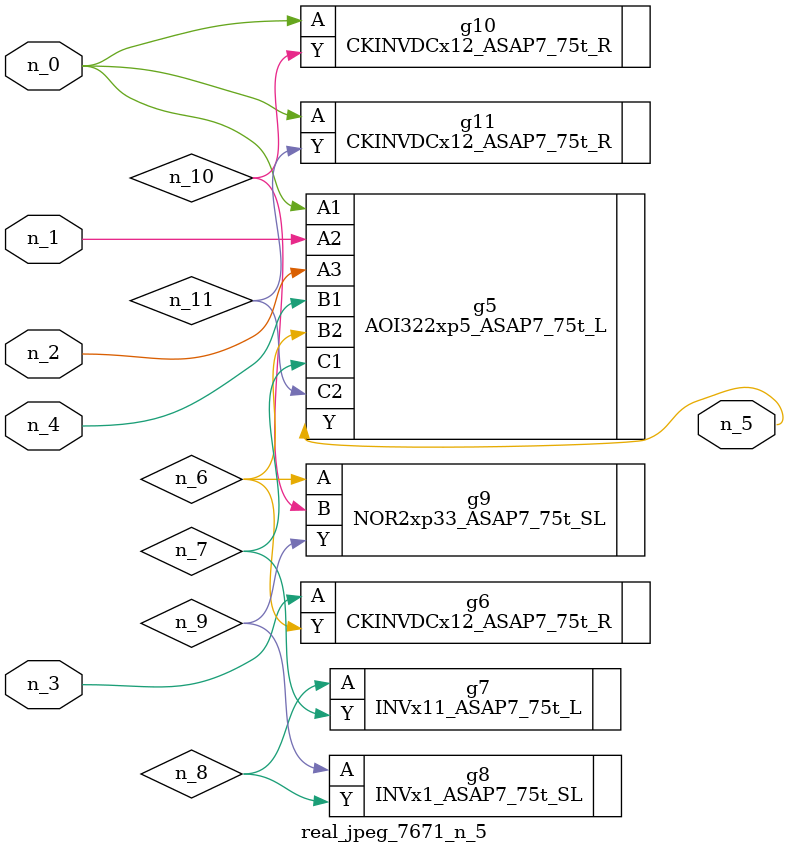
<source format=v>
module real_jpeg_7671_n_5 (n_4, n_0, n_1, n_2, n_3, n_5);

input n_4;
input n_0;
input n_1;
input n_2;
input n_3;

output n_5;

wire n_8;
wire n_11;
wire n_6;
wire n_7;
wire n_10;
wire n_9;

AOI322xp5_ASAP7_75t_L g5 ( 
.A1(n_0),
.A2(n_1),
.A3(n_2),
.B1(n_4),
.B2(n_6),
.C1(n_7),
.C2(n_11),
.Y(n_5)
);

CKINVDCx12_ASAP7_75t_R g10 ( 
.A(n_0),
.Y(n_10)
);

CKINVDCx12_ASAP7_75t_R g11 ( 
.A(n_0),
.Y(n_11)
);

CKINVDCx12_ASAP7_75t_R g6 ( 
.A(n_3),
.Y(n_6)
);

NOR2xp33_ASAP7_75t_SL g9 ( 
.A(n_6),
.B(n_10),
.Y(n_9)
);

INVx11_ASAP7_75t_L g7 ( 
.A(n_8),
.Y(n_7)
);

INVx1_ASAP7_75t_SL g8 ( 
.A(n_9),
.Y(n_8)
);


endmodule
</source>
